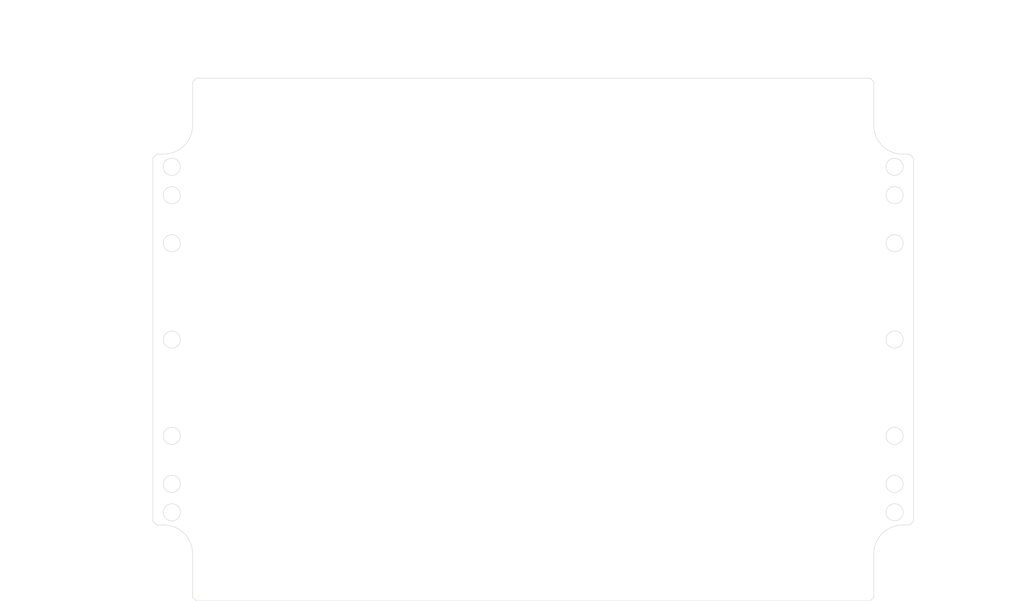
<source format=kicad_pcb>
(kicad_pcb (version 20171130) (host pcbnew "(5.1.0)-1")

  (general
    (thickness 1.6)
    (drawings 137)
    (tracks 0)
    (zones 0)
    (modules 0)
    (nets 1)
  )

  (page A2)
  (layers
    (0 F.Cu signal)
    (31 B.Cu signal)
    (32 B.Adhes user)
    (33 F.Adhes user)
    (34 B.Paste user)
    (35 F.Paste user)
    (36 B.SilkS user)
    (37 F.SilkS user)
    (38 B.Mask user)
    (39 F.Mask user)
    (40 Dwgs.User user)
    (41 Cmts.User user)
    (42 Eco1.User user)
    (43 Eco2.User user)
    (44 Edge.Cuts user)
    (45 Margin user)
    (46 B.CrtYd user)
    (47 F.CrtYd user)
    (48 B.Fab user)
    (49 F.Fab user)
  )

  (setup
    (last_trace_width 0.25)
    (trace_clearance 0.2)
    (zone_clearance 0.508)
    (zone_45_only no)
    (trace_min 0.2)
    (via_size 0.8)
    (via_drill 0.4)
    (via_min_size 0.4)
    (via_min_drill 0.3)
    (uvia_size 0.3)
    (uvia_drill 0.1)
    (uvias_allowed no)
    (uvia_min_size 0.2)
    (uvia_min_drill 0.1)
    (edge_width 0.05)
    (segment_width 0.2)
    (pcb_text_width 0.3)
    (pcb_text_size 1.5 1.5)
    (mod_edge_width 0.12)
    (mod_text_size 1 1)
    (mod_text_width 0.15)
    (pad_size 1.524 1.524)
    (pad_drill 0.762)
    (pad_to_mask_clearance 0.051)
    (solder_mask_min_width 0.25)
    (aux_axis_origin 0 0)
    (visible_elements FFFFFF7F)
    (pcbplotparams
      (layerselection 0x010fc_ffffffff)
      (usegerberextensions false)
      (usegerberattributes false)
      (usegerberadvancedattributes false)
      (creategerberjobfile false)
      (excludeedgelayer true)
      (linewidth 0.152400)
      (plotframeref false)
      (viasonmask false)
      (mode 1)
      (useauxorigin false)
      (hpglpennumber 1)
      (hpglpenspeed 20)
      (hpglpendiameter 15.000000)
      (psnegative false)
      (psa4output false)
      (plotreference true)
      (plotvalue true)
      (plotinvisibletext false)
      (padsonsilk false)
      (subtractmaskfromsilk false)
      (outputformat 1)
      (mirror false)
      (drillshape 1)
      (scaleselection 1)
      (outputdirectory ""))
  )

  (net 0 "")

  (net_class Default "This is the default net class."
    (clearance 0.2)
    (trace_width 0.25)
    (via_dia 0.8)
    (via_drill 0.4)
    (uvia_dia 0.3)
    (uvia_drill 0.1)
  )

  (gr_line (start 460.581847 299.715779) (end 457.648147 299.715779) (layer Edge.Cuts) (width 0.2))
  (gr_arc (start 457.648147 311.704579) (end 457.648147 299.715779) (angle -90) (layer Edge.Cuts) (width 0.2))
  (gr_line (start 161.941347 329.776679) (end 161.941347 311.704579) (layer Edge.Cuts) (width 0.2))
  (gr_arc (start 149.952547 311.704579) (end 161.941347 311.704579) (angle -90) (layer Edge.Cuts) (width 0.2))
  (gr_line (start 147.018847 145.283779) (end 149.952547 145.283779) (layer Edge.Cuts) (width 0.2))
  (gr_arc (start 149.952547 133.294979) (end 149.952547 145.283779) (angle -90) (layer Edge.Cuts) (width 0.2))
  (gr_line (start 445.659347 115.222879) (end 445.659347 133.294979) (layer Edge.Cuts) (width 0.2))
  (gr_arc (start 457.648147 133.294979) (end 445.659347 133.294979) (angle -90) (layer Edge.Cuts) (width 0.2))
  (gr_line (start 457.648147 145.283779) (end 460.581847 145.283779) (layer Edge.Cuts) (width 0.2))
  (gr_circle (center 153.300347 150.566979) (end 156.872222 150.566979) (layer Edge.Cuts) (width 0.2))
  (gr_circle (center 153.300347 162.403379) (end 156.872222 162.403379) (layer Edge.Cuts) (width 0.2))
  (gr_circle (center 153.300347 182.393179) (end 156.872222 182.393179) (layer Edge.Cuts) (width 0.2))
  (gr_circle (center 153.300347 222.499779) (end 156.872222 222.499779) (layer Edge.Cuts) (width 0.2))
  (gr_circle (center 153.300347 262.606379) (end 156.872222 262.606379) (layer Edge.Cuts) (width 0.2))
  (gr_circle (center 153.300347 282.596179) (end 156.872222 282.596179) (layer Edge.Cuts) (width 0.2))
  (gr_circle (center 153.300347 294.432579) (end 156.872222 294.432579) (layer Edge.Cuts) (width 0.2))
  (gr_circle (center 454.300347 294.432579) (end 457.872222 294.432579) (layer Edge.Cuts) (width 0.2))
  (gr_circle (center 454.300347 282.596179) (end 457.872222 282.596179) (layer Edge.Cuts) (width 0.2))
  (gr_circle (center 454.300347 262.606379) (end 457.872222 262.606379) (layer Edge.Cuts) (width 0.2))
  (gr_circle (center 454.300347 222.499779) (end 457.872222 222.499779) (layer Edge.Cuts) (width 0.2))
  (gr_circle (center 454.300347 182.393179) (end 457.872222 182.393179) (layer Edge.Cuts) (width 0.2))
  (gr_circle (center 454.300347 162.403379) (end 457.872222 162.403379) (layer Edge.Cuts) (width 0.2))
  (gr_circle (center 454.300347 150.566979) (end 457.872222 150.566979) (layer Edge.Cuts) (width 0.2))
  (gr_line (start 163.528847 113.635379) (end 444.071847 113.635379) (layer Edge.Cuts) (width 0.2))
  (gr_line (start 462.169347 146.871279) (end 462.169347 298.128279) (layer Edge.Cuts) (width 0.2))
  (gr_line (start 445.659347 311.704579) (end 445.659347 329.776679) (layer Edge.Cuts) (width 0.2))
  (gr_line (start 149.952547 299.715779) (end 147.018847 299.715779) (layer Edge.Cuts) (width 0.2))
  (gr_line (start 444.071847 331.364179) (end 163.528847 331.364179) (layer Edge.Cuts) (width 0.2))
  (gr_line (start 145.431347 298.128279) (end 145.431347 146.871279) (layer Edge.Cuts) (width 0.2))
  (gr_line (start 161.941347 133.294979) (end 161.941347 115.222879) (layer Edge.Cuts) (width 0.2))
  (gr_line (start 460.581847 145.283779) (end 462.169347 146.871279) (layer Edge.Cuts) (width 0.2))
  (gr_line (start 444.071847 113.635379) (end 445.659347 115.222879) (layer Edge.Cuts) (width 0.2))
  (gr_line (start 462.169347 298.128279) (end 460.581847 299.715779) (layer Edge.Cuts) (width 0.2))
  (gr_line (start 445.659347 329.776679) (end 444.071847 331.364179) (layer Edge.Cuts) (width 0.2))
  (gr_line (start 147.018847 299.715779) (end 145.431347 298.128279) (layer Edge.Cuts) (width 0.2))
  (gr_line (start 163.528847 331.364179) (end 161.941347 329.776679) (layer Edge.Cuts) (width 0.2))
  (gr_line (start 145.431347 146.871279) (end 147.018847 145.283779) (layer Edge.Cuts) (width 0.2))
  (gr_line (start 161.941347 115.222879) (end 163.528847 113.635379) (layer Edge.Cuts) (width 0.2))
  (gr_line (start 153.300347 294.522579) (end 153.300347 294.342579) (layer Dwgs.User) (width 0.2))
  (gr_line (start 153.210347 294.432579) (end 153.390347 294.432579) (layer Dwgs.User) (width 0.2))
  (gr_text " ∅7.14\n[∅0.28]" (at 182.703448 310.987004) (layer Dwgs.User)
    (effects (font (size 2 1.8) (thickness 0.25)))
  )
  (gr_line (start 175.507131 310.987004) (end 157.767548 297.76273) (layer Dwgs.User) (width 0.2))
  (gr_line (start 177.507131 310.987004) (end 175.507131 310.987004) (layer Dwgs.User) (width 0.2))
  (gr_text [11.85] (at 304.023947 240.81516) (layer Dwgs.User)
    (effects (font (size 2 1.8) (thickness 0.25)))
  )
  (gr_text " 301.00" (at 304.023947 236.911612) (layer Dwgs.User)
    (effects (font (size 2 1.8) (thickness 0.25)))
  )
  (gr_line (start 452.300347 238.733441) (end 309.418081 238.733441) (layer Dwgs.User) (width 0.2))
  (gr_line (start 155.300347 238.733441) (end 298.629814 238.733441) (layer Dwgs.User) (width 0.2))
  (gr_line (start 454.300347 223.499779) (end 454.300347 241.908441) (layer Dwgs.User) (width 0.2))
  (gr_line (start 153.300347 223.499779) (end 153.300347 241.908441) (layer Dwgs.User) (width 0.2))
  (gr_text [.31] (at 138.954366 277.229768) (layer Dwgs.User)
    (effects (font (size 2 1.8) (thickness 0.25)))
  )
  (gr_text " 7.87" (at 138.954366 273.326903) (layer Dwgs.User)
    (effects (font (size 2 1.8) (thickness 0.25)))
  )
  (gr_line (start 145.431347 275.148049) (end 142.798022 275.148049) (layer Dwgs.User) (width 0.2))
  (gr_line (start 151.300347 275.148049) (end 147.431347 275.148049) (layer Dwgs.User) (width 0.2))
  (gr_line (start 153.300347 281.596179) (end 153.300347 271.973049) (layer Dwgs.User) (width 0.2))
  (gr_text [.65] (at 453.914347 101.280807) (layer Dwgs.User)
    (effects (font (size 2 1.8) (thickness 0.25)))
  )
  (gr_text " 16.51" (at 453.914347 97.377942) (layer Dwgs.User)
    (effects (font (size 2 1.8) (thickness 0.25)))
  )
  (gr_line (start 447.659347 99.199088) (end 449.486789 99.199088) (layer Dwgs.User) (width 0.2))
  (gr_line (start 460.169347 99.199088) (end 458.341905 99.199088) (layer Dwgs.User) (width 0.2))
  (gr_line (start 445.659347 114.222879) (end 445.659347 96.024088) (layer Dwgs.User) (width 0.2))
  (gr_line (start 462.169347 145.871279) (end 462.169347 96.024088) (layer Dwgs.User) (width 0.2))
  (gr_text [12.47] (at 313.942982 86.603276) (layer Dwgs.User)
    (effects (font (size 2 1.8) (thickness 0.25)))
  )
  (gr_text " 316.74" (at 313.942982 82.699729) (layer Dwgs.User)
    (effects (font (size 2 1.8) (thickness 0.25)))
  )
  (gr_line (start 460.169347 84.521557) (end 319.336434 84.521557) (layer Dwgs.User) (width 0.2))
  (gr_line (start 147.431347 84.521557) (end 308.549531 84.521557) (layer Dwgs.User) (width 0.2))
  (gr_line (start 462.169347 145.871279) (end 462.169347 81.346557) (layer Dwgs.User) (width 0.2))
  (gr_line (start 145.431347 145.871279) (end 145.431347 81.346557) (layer Dwgs.User) (width 0.2))
  (gr_text [11.17] (at 292.033045 101.280807) (layer Dwgs.User)
    (effects (font (size 2 1.8) (thickness 0.25)))
  )
  (gr_text " 283.72" (at 292.033045 97.37726) (layer Dwgs.User)
    (effects (font (size 2 1.8) (thickness 0.25)))
  )
  (gr_line (start 443.659347 99.199088) (end 297.420358 99.199088) (layer Dwgs.User) (width 0.2))
  (gr_line (start 163.941347 99.199088) (end 286.645733 99.199088) (layer Dwgs.User) (width 0.2))
  (gr_line (start 445.659347 114.222879) (end 445.659347 96.024088) (layer Dwgs.User) (width 0.2))
  (gr_line (start 161.941347 114.222879) (end 161.941347 96.024088) (layer Dwgs.User) (width 0.2))
  (gr_text [.21] (at 469.688409 316.056285) (layer Dwgs.User)
    (effects (font (size 2 1.8) (thickness 0.25)))
  )
  (gr_text " 5.28" (at 469.688409 312.15342) (layer Dwgs.User)
    (effects (font (size 2 1.8) (thickness 0.25)))
  )
  (gr_line (start 475.534112 313.974566) (end 473.534112 313.974566) (layer Dwgs.User) (width 0.2))
  (gr_line (start 475.534112 301.715779) (end 475.534112 313.974566) (layer Dwgs.User) (width 0.2))
  (gr_line (start 475.534112 292.432579) (end 475.534112 290.432579) (layer Dwgs.User) (width 0.2))
  (gr_line (start 461.581847 299.715779) (end 478.709112 299.715779) (layer Dwgs.User) (width 0.2))
  (gr_line (start 455.300347 294.432579) (end 478.709112 294.432579) (layer Dwgs.User) (width 0.2))
  (gr_text [.47] (at 488.869089 316.361558) (layer Dwgs.User)
    (effects (font (size 2 1.8) (thickness 0.25)))
  )
  (gr_text " 11.84" (at 488.869089 312.462786) (layer Dwgs.User)
    (effects (font (size 2 1.8) (thickness 0.25)))
  )
  (gr_line (start 495.485597 314.283932) (end 493.485597 314.283932) (layer Dwgs.User) (width 0.2))
  (gr_line (start 495.485597 294.432579) (end 495.485597 314.283932) (layer Dwgs.User) (width 0.2))
  (gr_line (start 495.485597 284.596179) (end 495.485597 292.432579) (layer Dwgs.User) (width 0.2))
  (gr_line (start 455.300347 294.432579) (end 498.660597 294.432579) (layer Dwgs.User) (width 0.2))
  (gr_line (start 455.300347 282.596179) (end 498.660597 282.596179) (layer Dwgs.User) (width 0.2))
  (gr_text [.79] (at 498.300347 251.968053) (layer Dwgs.User)
    (effects (font (size 2 1.8) (thickness 0.25)))
  )
  (gr_text " 19.99" (at 498.300347 248.065188) (layer Dwgs.User)
    (effects (font (size 2 1.8) (thickness 0.25)))
  )
  (gr_line (start 491.677701 249.886334) (end 493.677701 249.886334) (layer Dwgs.User) (width 0.2))
  (gr_line (start 491.677701 262.606379) (end 491.677701 249.886334) (layer Dwgs.User) (width 0.2))
  (gr_line (start 491.677701 280.596179) (end 491.677701 264.606379) (layer Dwgs.User) (width 0.2))
  (gr_line (start 455.300347 262.606379) (end 494.852701 262.606379) (layer Dwgs.User) (width 0.2))
  (gr_line (start 455.300347 282.596179) (end 494.852701 282.596179) (layer Dwgs.User) (width 0.2))
  (gr_text [1.58] (at 474.300347 244.634798) (layer Dwgs.User)
    (effects (font (size 2 1.8) (thickness 0.25)))
  )
  (gr_text " 40.11" (at 474.300347 240.731933) (layer Dwgs.User)
    (effects (font (size 2 1.8) (thickness 0.25)))
  )
  (gr_line (start 474.300347 260.606379) (end 474.300347 246.455944) (layer Dwgs.User) (width 0.2))
  (gr_line (start 474.300347 224.499779) (end 474.300347 238.650214) (layer Dwgs.User) (width 0.2))
  (gr_line (start 455.300347 262.606379) (end 477.475347 262.606379) (layer Dwgs.User) (width 0.2))
  (gr_line (start 455.300347 222.499779) (end 477.475347 222.499779) (layer Dwgs.User) (width 0.2))
  (gr_text [1.58] (at 474.300347 204.528198) (layer Dwgs.User)
    (effects (font (size 2 1.8) (thickness 0.25)))
  )
  (gr_text " 40.11" (at 474.300347 200.625333) (layer Dwgs.User)
    (effects (font (size 2 1.8) (thickness 0.25)))
  )
  (gr_line (start 474.300347 220.499779) (end 474.300347 206.349344) (layer Dwgs.User) (width 0.2))
  (gr_line (start 474.300347 184.393179) (end 474.300347 198.543614) (layer Dwgs.User) (width 0.2))
  (gr_line (start 455.300347 222.499779) (end 477.475347 222.499779) (layer Dwgs.User) (width 0.2))
  (gr_line (start 455.300347 182.393179) (end 477.475347 182.393179) (layer Dwgs.User) (width 0.2))
  (gr_text [.79] (at 498.300347 200.10615) (layer Dwgs.User)
    (effects (font (size 2 1.8) (thickness 0.25)))
  )
  (gr_text " 19.99" (at 498.300347 196.203285) (layer Dwgs.User)
    (effects (font (size 2 1.8) (thickness 0.25)))
  )
  (gr_line (start 504.922994 198.024431) (end 502.922994 198.024431) (layer Dwgs.User) (width 0.2))
  (gr_line (start 504.922994 182.393179) (end 504.922994 198.024431) (layer Dwgs.User) (width 0.2))
  (gr_line (start 504.922994 164.403379) (end 504.922994 180.393179) (layer Dwgs.User) (width 0.2))
  (gr_line (start 455.300347 182.393179) (end 508.097994 182.393179) (layer Dwgs.User) (width 0.2))
  (gr_line (start 455.300347 162.403379) (end 508.097994 162.403379) (layer Dwgs.User) (width 0.2))
  (gr_text [.47] (at 474.300347 146.041861) (layer Dwgs.User)
    (effects (font (size 2 1.8) (thickness 0.25)))
  )
  (gr_text " 11.84" (at 474.300347 142.143089) (layer Dwgs.User)
    (effects (font (size 2 1.8) (thickness 0.25)))
  )
  (gr_line (start 467.68384 143.964235) (end 469.68384 143.964235) (layer Dwgs.User) (width 0.2))
  (gr_line (start 467.68384 150.566979) (end 467.68384 143.964235) (layer Dwgs.User) (width 0.2))
  (gr_line (start 467.68384 160.403379) (end 467.68384 152.566979) (layer Dwgs.User) (width 0.2))
  (gr_line (start 455.300347 162.403379) (end 470.85884 162.403379) (layer Dwgs.User) (width 0.2))
  (gr_line (start 455.300347 150.566979) (end 470.85884 150.566979) (layer Dwgs.User) (width 0.2))
  (gr_text [1.25] (at 121.387312 131.541298) (layer Dwgs.User)
    (effects (font (size 2 1.8) (thickness 0.25)))
  )
  (gr_text " 31.65" (at 121.387312 127.637751) (layer Dwgs.User)
    (effects (font (size 2 1.8) (thickness 0.25)))
  )
  (gr_line (start 121.387312 115.635379) (end 121.387312 125.556032) (layer Dwgs.User) (width 0.2))
  (gr_line (start 121.387312 143.283779) (end 121.387312 133.363126) (layer Dwgs.User) (width 0.2))
  (gr_line (start 162.528847 113.635379) (end 118.212312 113.635379) (layer Dwgs.User) (width 0.2))
  (gr_line (start 146.018847 145.283779) (end 118.212312 145.283779) (layer Dwgs.User) (width 0.2))
  (gr_text [6.08] (at 115.018847 224.581498) (layer Dwgs.User)
    (effects (font (size 2 1.8) (thickness 0.25)))
  )
  (gr_text " 154.43" (at 115.018847 220.677951) (layer Dwgs.User)
    (effects (font (size 2 1.8) (thickness 0.25)))
  )
  (gr_line (start 115.018847 297.715779) (end 115.018847 226.403326) (layer Dwgs.User) (width 0.2))
  (gr_line (start 115.018847 147.283779) (end 115.018847 218.596232) (layer Dwgs.User) (width 0.2))
  (gr_line (start 146.018847 299.715779) (end 111.843847 299.715779) (layer Dwgs.User) (width 0.2))
  (gr_line (start 146.018847 145.283779) (end 111.843847 145.283779) (layer Dwgs.User) (width 0.2))
  (gr_text [8.57] (at 87.344185 224.581498) (layer Dwgs.User)
    (effects (font (size 2 1.8) (thickness 0.25)))
  )
  (gr_text " 217.73" (at 87.344185 220.677951) (layer Dwgs.User)
    (effects (font (size 2 1.8) (thickness 0.25)))
  )
  (gr_line (start 87.344185 329.364179) (end 87.344185 226.403326) (layer Dwgs.User) (width 0.2))
  (gr_line (start 87.344185 115.635379) (end 87.344185 218.596232) (layer Dwgs.User) (width 0.2))
  (gr_line (start 162.528847 331.364179) (end 84.169185 331.364179) (layer Dwgs.User) (width 0.2))
  (gr_line (start 162.528847 113.635379) (end 84.169185 113.635379) (layer Dwgs.User) (width 0.2))

)

</source>
